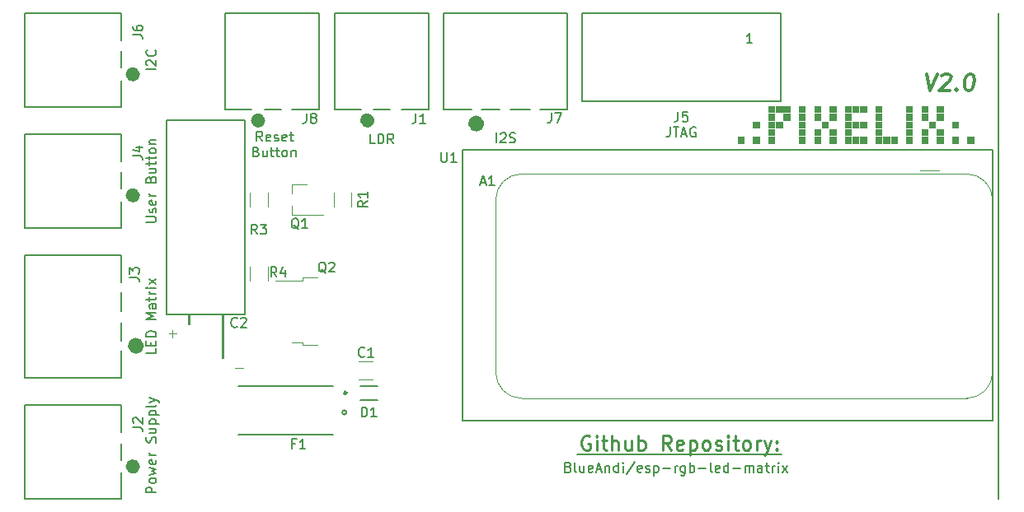
<source format=gbr>
%TF.GenerationSoftware,KiCad,Pcbnew,(6.0.5)*%
%TF.CreationDate,2022-09-13T16:11:19+02:00*%
%TF.ProjectId,Pixelix,50697865-6c69-4782-9e6b-696361645f70,V2.0*%
%TF.SameCoordinates,PX6052340PY72894a0*%
%TF.FileFunction,Legend,Top*%
%TF.FilePolarity,Positive*%
%FSLAX46Y46*%
G04 Gerber Fmt 4.6, Leading zero omitted, Abs format (unit mm)*
G04 Created by KiCad (PCBNEW (6.0.5)) date 2022-09-13 16:11:19*
%MOMM*%
%LPD*%
G01*
G04 APERTURE LIST*
%ADD10C,0.150000*%
%ADD11C,0.250000*%
%ADD12C,0.300000*%
%ADD13C,0.200000*%
%ADD14C,0.127000*%
%ADD15C,1.000000*%
%ADD16C,0.120000*%
G04 APERTURE END LIST*
D10*
X100000000Y50000000D02*
X100000000Y0D01*
X56700000Y4600000D02*
X77700000Y4600000D01*
X13452380Y44173809D02*
X12452380Y44173809D01*
X12547619Y44602380D02*
X12500000Y44649999D01*
X12452380Y44745238D01*
X12452380Y44983333D01*
X12500000Y45078571D01*
X12547619Y45126190D01*
X12642857Y45173809D01*
X12738095Y45173809D01*
X12880952Y45126190D01*
X13452380Y44554761D01*
X13452380Y45173809D01*
X13357142Y46173809D02*
X13404761Y46126190D01*
X13452380Y45983333D01*
X13452380Y45888095D01*
X13404761Y45745238D01*
X13309523Y45649999D01*
X13214285Y45602380D01*
X13023809Y45554761D01*
X12880952Y45554761D01*
X12690476Y45602380D01*
X12595238Y45649999D01*
X12500000Y45745238D01*
X12452380Y45888095D01*
X12452380Y45983333D01*
X12500000Y46126190D01*
X12547619Y46173809D01*
X24361904Y36802620D02*
X24028571Y37278810D01*
X23790476Y36802620D02*
X23790476Y37802620D01*
X24171428Y37802620D01*
X24266666Y37755000D01*
X24314285Y37707381D01*
X24361904Y37612143D01*
X24361904Y37469286D01*
X24314285Y37374048D01*
X24266666Y37326429D01*
X24171428Y37278810D01*
X23790476Y37278810D01*
X25171428Y36850239D02*
X25076190Y36802620D01*
X24885714Y36802620D01*
X24790476Y36850239D01*
X24742857Y36945477D01*
X24742857Y37326429D01*
X24790476Y37421667D01*
X24885714Y37469286D01*
X25076190Y37469286D01*
X25171428Y37421667D01*
X25219047Y37326429D01*
X25219047Y37231191D01*
X24742857Y37135953D01*
X25600000Y36850239D02*
X25695238Y36802620D01*
X25885714Y36802620D01*
X25980952Y36850239D01*
X26028571Y36945477D01*
X26028571Y36993096D01*
X25980952Y37088334D01*
X25885714Y37135953D01*
X25742857Y37135953D01*
X25647619Y37183572D01*
X25600000Y37278810D01*
X25600000Y37326429D01*
X25647619Y37421667D01*
X25742857Y37469286D01*
X25885714Y37469286D01*
X25980952Y37421667D01*
X26838095Y36850239D02*
X26742857Y36802620D01*
X26552380Y36802620D01*
X26457142Y36850239D01*
X26409523Y36945477D01*
X26409523Y37326429D01*
X26457142Y37421667D01*
X26552380Y37469286D01*
X26742857Y37469286D01*
X26838095Y37421667D01*
X26885714Y37326429D01*
X26885714Y37231191D01*
X26409523Y37135953D01*
X27171428Y37469286D02*
X27552380Y37469286D01*
X27314285Y37802620D02*
X27314285Y36945477D01*
X27361904Y36850239D01*
X27457142Y36802620D01*
X27552380Y36802620D01*
X23742857Y35716429D02*
X23885714Y35668810D01*
X23933333Y35621191D01*
X23980952Y35525953D01*
X23980952Y35383096D01*
X23933333Y35287858D01*
X23885714Y35240239D01*
X23790476Y35192620D01*
X23409523Y35192620D01*
X23409523Y36192620D01*
X23742857Y36192620D01*
X23838095Y36145000D01*
X23885714Y36097381D01*
X23933333Y36002143D01*
X23933333Y35906905D01*
X23885714Y35811667D01*
X23838095Y35764048D01*
X23742857Y35716429D01*
X23409523Y35716429D01*
X24838095Y35859286D02*
X24838095Y35192620D01*
X24409523Y35859286D02*
X24409523Y35335477D01*
X24457142Y35240239D01*
X24552380Y35192620D01*
X24695238Y35192620D01*
X24790476Y35240239D01*
X24838095Y35287858D01*
X25171428Y35859286D02*
X25552380Y35859286D01*
X25314285Y36192620D02*
X25314285Y35335477D01*
X25361904Y35240239D01*
X25457142Y35192620D01*
X25552380Y35192620D01*
X25742857Y35859286D02*
X26123809Y35859286D01*
X25885714Y36192620D02*
X25885714Y35335477D01*
X25933333Y35240239D01*
X26028571Y35192620D01*
X26123809Y35192620D01*
X26600000Y35192620D02*
X26504761Y35240239D01*
X26457142Y35287858D01*
X26409523Y35383096D01*
X26409523Y35668810D01*
X26457142Y35764048D01*
X26504761Y35811667D01*
X26600000Y35859286D01*
X26742857Y35859286D01*
X26838095Y35811667D01*
X26885714Y35764048D01*
X26933333Y35668810D01*
X26933333Y35383096D01*
X26885714Y35287858D01*
X26838095Y35240239D01*
X26742857Y35192620D01*
X26600000Y35192620D01*
X27361904Y35859286D02*
X27361904Y35192620D01*
X27361904Y35764048D02*
X27409523Y35811667D01*
X27504761Y35859286D01*
X27647619Y35859286D01*
X27742857Y35811667D01*
X27790476Y35716429D01*
X27790476Y35192620D01*
D11*
X57985714Y6450000D02*
X57842857Y6521429D01*
X57628571Y6521429D01*
X57414285Y6450000D01*
X57271428Y6307143D01*
X57200000Y6164286D01*
X57128571Y5878572D01*
X57128571Y5664286D01*
X57200000Y5378572D01*
X57271428Y5235715D01*
X57414285Y5092858D01*
X57628571Y5021429D01*
X57771428Y5021429D01*
X57985714Y5092858D01*
X58057142Y5164286D01*
X58057142Y5664286D01*
X57771428Y5664286D01*
X58700000Y5021429D02*
X58700000Y6021429D01*
X58700000Y6521429D02*
X58628571Y6450000D01*
X58700000Y6378572D01*
X58771428Y6450000D01*
X58700000Y6521429D01*
X58700000Y6378572D01*
X59200000Y6021429D02*
X59771428Y6021429D01*
X59414285Y6521429D02*
X59414285Y5235715D01*
X59485714Y5092858D01*
X59628571Y5021429D01*
X59771428Y5021429D01*
X60271428Y5021429D02*
X60271428Y6521429D01*
X60914285Y5021429D02*
X60914285Y5807143D01*
X60842857Y5950000D01*
X60700000Y6021429D01*
X60485714Y6021429D01*
X60342857Y5950000D01*
X60271428Y5878572D01*
X62271428Y6021429D02*
X62271428Y5021429D01*
X61628571Y6021429D02*
X61628571Y5235715D01*
X61700000Y5092858D01*
X61842857Y5021429D01*
X62057142Y5021429D01*
X62200000Y5092858D01*
X62271428Y5164286D01*
X62985714Y5021429D02*
X62985714Y6521429D01*
X62985714Y5950000D02*
X63128571Y6021429D01*
X63414285Y6021429D01*
X63557142Y5950000D01*
X63628571Y5878572D01*
X63700000Y5735715D01*
X63700000Y5307143D01*
X63628571Y5164286D01*
X63557142Y5092858D01*
X63414285Y5021429D01*
X63128571Y5021429D01*
X62985714Y5092858D01*
X66342857Y5021429D02*
X65842857Y5735715D01*
X65485714Y5021429D02*
X65485714Y6521429D01*
X66057142Y6521429D01*
X66200000Y6450000D01*
X66271428Y6378572D01*
X66342857Y6235715D01*
X66342857Y6021429D01*
X66271428Y5878572D01*
X66200000Y5807143D01*
X66057142Y5735715D01*
X65485714Y5735715D01*
X67557142Y5092858D02*
X67414285Y5021429D01*
X67128571Y5021429D01*
X66985714Y5092858D01*
X66914285Y5235715D01*
X66914285Y5807143D01*
X66985714Y5950000D01*
X67128571Y6021429D01*
X67414285Y6021429D01*
X67557142Y5950000D01*
X67628571Y5807143D01*
X67628571Y5664286D01*
X66914285Y5521429D01*
X68271428Y6021429D02*
X68271428Y4521429D01*
X68271428Y5950000D02*
X68414285Y6021429D01*
X68700000Y6021429D01*
X68842857Y5950000D01*
X68914285Y5878572D01*
X68985714Y5735715D01*
X68985714Y5307143D01*
X68914285Y5164286D01*
X68842857Y5092858D01*
X68700000Y5021429D01*
X68414285Y5021429D01*
X68271428Y5092858D01*
X69842857Y5021429D02*
X69700000Y5092858D01*
X69628571Y5164286D01*
X69557142Y5307143D01*
X69557142Y5735715D01*
X69628571Y5878572D01*
X69700000Y5950000D01*
X69842857Y6021429D01*
X70057142Y6021429D01*
X70200000Y5950000D01*
X70271428Y5878572D01*
X70342857Y5735715D01*
X70342857Y5307143D01*
X70271428Y5164286D01*
X70200000Y5092858D01*
X70057142Y5021429D01*
X69842857Y5021429D01*
X70914285Y5092858D02*
X71057142Y5021429D01*
X71342857Y5021429D01*
X71485714Y5092858D01*
X71557142Y5235715D01*
X71557142Y5307143D01*
X71485714Y5450000D01*
X71342857Y5521429D01*
X71128571Y5521429D01*
X70985714Y5592858D01*
X70914285Y5735715D01*
X70914285Y5807143D01*
X70985714Y5950000D01*
X71128571Y6021429D01*
X71342857Y6021429D01*
X71485714Y5950000D01*
X72200000Y5021429D02*
X72200000Y6021429D01*
X72200000Y6521429D02*
X72128571Y6450000D01*
X72200000Y6378572D01*
X72271428Y6450000D01*
X72200000Y6521429D01*
X72200000Y6378572D01*
X72700000Y6021429D02*
X73271428Y6021429D01*
X72914285Y6521429D02*
X72914285Y5235715D01*
X72985714Y5092858D01*
X73128571Y5021429D01*
X73271428Y5021429D01*
X73985714Y5021429D02*
X73842857Y5092858D01*
X73771428Y5164286D01*
X73700000Y5307143D01*
X73700000Y5735715D01*
X73771428Y5878572D01*
X73842857Y5950000D01*
X73985714Y6021429D01*
X74200000Y6021429D01*
X74342857Y5950000D01*
X74414285Y5878572D01*
X74485714Y5735715D01*
X74485714Y5307143D01*
X74414285Y5164286D01*
X74342857Y5092858D01*
X74200000Y5021429D01*
X73985714Y5021429D01*
X75128571Y5021429D02*
X75128571Y6021429D01*
X75128571Y5735715D02*
X75200000Y5878572D01*
X75271428Y5950000D01*
X75414285Y6021429D01*
X75557142Y6021429D01*
X75914285Y6021429D02*
X76271428Y5021429D01*
X76628571Y6021429D02*
X76271428Y5021429D01*
X76128571Y4664286D01*
X76057142Y4592858D01*
X75914285Y4521429D01*
X77200000Y5164286D02*
X77271428Y5092858D01*
X77200000Y5021429D01*
X77128571Y5092858D01*
X77200000Y5164286D01*
X77200000Y5021429D01*
X77200000Y5950000D02*
X77271428Y5878572D01*
X77200000Y5807143D01*
X77128571Y5878572D01*
X77200000Y5950000D01*
X77200000Y5807143D01*
D10*
X35924523Y36547620D02*
X35448333Y36547620D01*
X35448333Y37547620D01*
X36257857Y36547620D02*
X36257857Y37547620D01*
X36495952Y37547620D01*
X36638809Y37500000D01*
X36734047Y37404762D01*
X36781666Y37309524D01*
X36829285Y37119048D01*
X36829285Y36976191D01*
X36781666Y36785715D01*
X36734047Y36690477D01*
X36638809Y36595239D01*
X36495952Y36547620D01*
X36257857Y36547620D01*
X37829285Y36547620D02*
X37495952Y37023810D01*
X37257857Y36547620D02*
X37257857Y37547620D01*
X37638809Y37547620D01*
X37734047Y37500000D01*
X37781666Y37452381D01*
X37829285Y37357143D01*
X37829285Y37214286D01*
X37781666Y37119048D01*
X37734047Y37071429D01*
X37638809Y37023810D01*
X37257857Y37023810D01*
X13452380Y666667D02*
X12452380Y666667D01*
X12452380Y1047620D01*
X12500000Y1142858D01*
X12547619Y1190477D01*
X12642857Y1238096D01*
X12785714Y1238096D01*
X12880952Y1190477D01*
X12928571Y1142858D01*
X12976190Y1047620D01*
X12976190Y666667D01*
X13452380Y1809524D02*
X13404761Y1714286D01*
X13357142Y1666667D01*
X13261904Y1619048D01*
X12976190Y1619048D01*
X12880952Y1666667D01*
X12833333Y1714286D01*
X12785714Y1809524D01*
X12785714Y1952381D01*
X12833333Y2047620D01*
X12880952Y2095239D01*
X12976190Y2142858D01*
X13261904Y2142858D01*
X13357142Y2095239D01*
X13404761Y2047620D01*
X13452380Y1952381D01*
X13452380Y1809524D01*
X12785714Y2476191D02*
X13452380Y2666667D01*
X12976190Y2857143D01*
X13452380Y3047620D01*
X12785714Y3238096D01*
X13404761Y4000000D02*
X13452380Y3904762D01*
X13452380Y3714286D01*
X13404761Y3619048D01*
X13309523Y3571429D01*
X12928571Y3571429D01*
X12833333Y3619048D01*
X12785714Y3714286D01*
X12785714Y3904762D01*
X12833333Y4000000D01*
X12928571Y4047620D01*
X13023809Y4047620D01*
X13119047Y3571429D01*
X13452380Y4476191D02*
X12785714Y4476191D01*
X12976190Y4476191D02*
X12880952Y4523810D01*
X12833333Y4571429D01*
X12785714Y4666667D01*
X12785714Y4761905D01*
X13404761Y5809524D02*
X13452380Y5952381D01*
X13452380Y6190477D01*
X13404761Y6285715D01*
X13357142Y6333334D01*
X13261904Y6380953D01*
X13166666Y6380953D01*
X13071428Y6333334D01*
X13023809Y6285715D01*
X12976190Y6190477D01*
X12928571Y6000000D01*
X12880952Y5904762D01*
X12833333Y5857143D01*
X12738095Y5809524D01*
X12642857Y5809524D01*
X12547619Y5857143D01*
X12500000Y5904762D01*
X12452380Y6000000D01*
X12452380Y6238096D01*
X12500000Y6380953D01*
X12785714Y7238096D02*
X13452380Y7238096D01*
X12785714Y6809524D02*
X13309523Y6809524D01*
X13404761Y6857143D01*
X13452380Y6952381D01*
X13452380Y7095239D01*
X13404761Y7190477D01*
X13357142Y7238096D01*
X12785714Y7714286D02*
X13785714Y7714286D01*
X12833333Y7714286D02*
X12785714Y7809524D01*
X12785714Y8000000D01*
X12833333Y8095239D01*
X12880952Y8142858D01*
X12976190Y8190477D01*
X13261904Y8190477D01*
X13357142Y8142858D01*
X13404761Y8095239D01*
X13452380Y8000000D01*
X13452380Y7809524D01*
X13404761Y7714286D01*
X12785714Y8619048D02*
X13785714Y8619048D01*
X12833333Y8619048D02*
X12785714Y8714286D01*
X12785714Y8904762D01*
X12833333Y9000000D01*
X12880952Y9047620D01*
X12976190Y9095239D01*
X13261904Y9095239D01*
X13357142Y9047620D01*
X13404761Y9000000D01*
X13452380Y8904762D01*
X13452380Y8714286D01*
X13404761Y8619048D01*
X13452380Y9666667D02*
X13404761Y9571429D01*
X13309523Y9523810D01*
X12452380Y9523810D01*
X12785714Y9952381D02*
X13452380Y10190477D01*
X12785714Y10428572D02*
X13452380Y10190477D01*
X13690476Y10095239D01*
X13738095Y10047620D01*
X13785714Y9952381D01*
X12452380Y28461904D02*
X13261904Y28461904D01*
X13357142Y28509523D01*
X13404761Y28557142D01*
X13452380Y28652380D01*
X13452380Y28842857D01*
X13404761Y28938095D01*
X13357142Y28985714D01*
X13261904Y29033333D01*
X12452380Y29033333D01*
X13404761Y29461904D02*
X13452380Y29557142D01*
X13452380Y29747619D01*
X13404761Y29842857D01*
X13309523Y29890476D01*
X13261904Y29890476D01*
X13166666Y29842857D01*
X13119047Y29747619D01*
X13119047Y29604761D01*
X13071428Y29509523D01*
X12976190Y29461904D01*
X12928571Y29461904D01*
X12833333Y29509523D01*
X12785714Y29604761D01*
X12785714Y29747619D01*
X12833333Y29842857D01*
X13404761Y30699999D02*
X13452380Y30604761D01*
X13452380Y30414285D01*
X13404761Y30319047D01*
X13309523Y30271428D01*
X12928571Y30271428D01*
X12833333Y30319047D01*
X12785714Y30414285D01*
X12785714Y30604761D01*
X12833333Y30699999D01*
X12928571Y30747619D01*
X13023809Y30747619D01*
X13119047Y30271428D01*
X13452380Y31176190D02*
X12785714Y31176190D01*
X12976190Y31176190D02*
X12880952Y31223809D01*
X12833333Y31271428D01*
X12785714Y31366666D01*
X12785714Y31461904D01*
X12928571Y32890476D02*
X12976190Y33033333D01*
X13023809Y33080952D01*
X13119047Y33128571D01*
X13261904Y33128571D01*
X13357142Y33080952D01*
X13404761Y33033333D01*
X13452380Y32938095D01*
X13452380Y32557142D01*
X12452380Y32557142D01*
X12452380Y32890476D01*
X12500000Y32985714D01*
X12547619Y33033333D01*
X12642857Y33080952D01*
X12738095Y33080952D01*
X12833333Y33033333D01*
X12880952Y32985714D01*
X12928571Y32890476D01*
X12928571Y32557142D01*
X12785714Y33985714D02*
X13452380Y33985714D01*
X12785714Y33557142D02*
X13309523Y33557142D01*
X13404761Y33604761D01*
X13452380Y33699999D01*
X13452380Y33842857D01*
X13404761Y33938095D01*
X13357142Y33985714D01*
X12785714Y34319047D02*
X12785714Y34699999D01*
X12452380Y34461904D02*
X13309523Y34461904D01*
X13404761Y34509523D01*
X13452380Y34604761D01*
X13452380Y34699999D01*
X12785714Y34890476D02*
X12785714Y35271428D01*
X12452380Y35033333D02*
X13309523Y35033333D01*
X13404761Y35080952D01*
X13452380Y35176190D01*
X13452380Y35271428D01*
X13452380Y35747619D02*
X13404761Y35652380D01*
X13357142Y35604761D01*
X13261904Y35557142D01*
X12976190Y35557142D01*
X12880952Y35604761D01*
X12833333Y35652380D01*
X12785714Y35747619D01*
X12785714Y35890476D01*
X12833333Y35985714D01*
X12880952Y36033333D01*
X12976190Y36080952D01*
X13261904Y36080952D01*
X13357142Y36033333D01*
X13404761Y35985714D01*
X13452380Y35890476D01*
X13452380Y35747619D01*
X12785714Y36509523D02*
X13452380Y36509523D01*
X12880952Y36509523D02*
X12833333Y36557142D01*
X12785714Y36652380D01*
X12785714Y36795238D01*
X12833333Y36890476D01*
X12928571Y36938095D01*
X13452380Y36938095D01*
X13452380Y15464286D02*
X13452380Y14988096D01*
X12452380Y14988096D01*
X12928571Y15797620D02*
X12928571Y16130953D01*
X13452380Y16273810D02*
X13452380Y15797620D01*
X12452380Y15797620D01*
X12452380Y16273810D01*
X13452380Y16702381D02*
X12452380Y16702381D01*
X12452380Y16940477D01*
X12500000Y17083334D01*
X12595238Y17178572D01*
X12690476Y17226191D01*
X12880952Y17273810D01*
X13023809Y17273810D01*
X13214285Y17226191D01*
X13309523Y17178572D01*
X13404761Y17083334D01*
X13452380Y16940477D01*
X13452380Y16702381D01*
X13452380Y18464286D02*
X12452380Y18464286D01*
X13166666Y18797620D01*
X12452380Y19130953D01*
X13452380Y19130953D01*
X13452380Y20035715D02*
X12928571Y20035715D01*
X12833333Y19988096D01*
X12785714Y19892858D01*
X12785714Y19702381D01*
X12833333Y19607143D01*
X13404761Y20035715D02*
X13452380Y19940477D01*
X13452380Y19702381D01*
X13404761Y19607143D01*
X13309523Y19559524D01*
X13214285Y19559524D01*
X13119047Y19607143D01*
X13071428Y19702381D01*
X13071428Y19940477D01*
X13023809Y20035715D01*
X12785714Y20369048D02*
X12785714Y20750000D01*
X12452380Y20511905D02*
X13309523Y20511905D01*
X13404761Y20559524D01*
X13452380Y20654762D01*
X13452380Y20750000D01*
X13452380Y21083334D02*
X12785714Y21083334D01*
X12976190Y21083334D02*
X12880952Y21130953D01*
X12833333Y21178572D01*
X12785714Y21273810D01*
X12785714Y21369048D01*
X13452380Y21702381D02*
X12785714Y21702381D01*
X12452380Y21702381D02*
X12500000Y21654762D01*
X12547619Y21702381D01*
X12500000Y21750000D01*
X12452380Y21702381D01*
X12547619Y21702381D01*
X13452380Y22083334D02*
X12785714Y22607143D01*
X12785714Y22083334D02*
X13452380Y22607143D01*
X55795238Y3271429D02*
X55938095Y3223810D01*
X55985714Y3176191D01*
X56033333Y3080953D01*
X56033333Y2938096D01*
X55985714Y2842858D01*
X55938095Y2795239D01*
X55842857Y2747620D01*
X55461904Y2747620D01*
X55461904Y3747620D01*
X55795238Y3747620D01*
X55890476Y3700000D01*
X55938095Y3652381D01*
X55985714Y3557143D01*
X55985714Y3461905D01*
X55938095Y3366667D01*
X55890476Y3319048D01*
X55795238Y3271429D01*
X55461904Y3271429D01*
X56604761Y2747620D02*
X56509523Y2795239D01*
X56461904Y2890477D01*
X56461904Y3747620D01*
X57414285Y3414286D02*
X57414285Y2747620D01*
X56985714Y3414286D02*
X56985714Y2890477D01*
X57033333Y2795239D01*
X57128571Y2747620D01*
X57271428Y2747620D01*
X57366666Y2795239D01*
X57414285Y2842858D01*
X58271428Y2795239D02*
X58176190Y2747620D01*
X57985714Y2747620D01*
X57890476Y2795239D01*
X57842857Y2890477D01*
X57842857Y3271429D01*
X57890476Y3366667D01*
X57985714Y3414286D01*
X58176190Y3414286D01*
X58271428Y3366667D01*
X58319047Y3271429D01*
X58319047Y3176191D01*
X57842857Y3080953D01*
X58700000Y3033334D02*
X59176190Y3033334D01*
X58604761Y2747620D02*
X58938095Y3747620D01*
X59271428Y2747620D01*
X59604761Y3414286D02*
X59604761Y2747620D01*
X59604761Y3319048D02*
X59652380Y3366667D01*
X59747619Y3414286D01*
X59890476Y3414286D01*
X59985714Y3366667D01*
X60033333Y3271429D01*
X60033333Y2747620D01*
X60938095Y2747620D02*
X60938095Y3747620D01*
X60938095Y2795239D02*
X60842857Y2747620D01*
X60652380Y2747620D01*
X60557142Y2795239D01*
X60509523Y2842858D01*
X60461904Y2938096D01*
X60461904Y3223810D01*
X60509523Y3319048D01*
X60557142Y3366667D01*
X60652380Y3414286D01*
X60842857Y3414286D01*
X60938095Y3366667D01*
X61414285Y2747620D02*
X61414285Y3414286D01*
X61414285Y3747620D02*
X61366666Y3700000D01*
X61414285Y3652381D01*
X61461904Y3700000D01*
X61414285Y3747620D01*
X61414285Y3652381D01*
X62604761Y3795239D02*
X61747619Y2509524D01*
X63319047Y2795239D02*
X63223809Y2747620D01*
X63033333Y2747620D01*
X62938095Y2795239D01*
X62890476Y2890477D01*
X62890476Y3271429D01*
X62938095Y3366667D01*
X63033333Y3414286D01*
X63223809Y3414286D01*
X63319047Y3366667D01*
X63366666Y3271429D01*
X63366666Y3176191D01*
X62890476Y3080953D01*
X63747619Y2795239D02*
X63842857Y2747620D01*
X64033333Y2747620D01*
X64128571Y2795239D01*
X64176190Y2890477D01*
X64176190Y2938096D01*
X64128571Y3033334D01*
X64033333Y3080953D01*
X63890476Y3080953D01*
X63795238Y3128572D01*
X63747619Y3223810D01*
X63747619Y3271429D01*
X63795238Y3366667D01*
X63890476Y3414286D01*
X64033333Y3414286D01*
X64128571Y3366667D01*
X64604761Y3414286D02*
X64604761Y2414286D01*
X64604761Y3366667D02*
X64700000Y3414286D01*
X64890476Y3414286D01*
X64985714Y3366667D01*
X65033333Y3319048D01*
X65080952Y3223810D01*
X65080952Y2938096D01*
X65033333Y2842858D01*
X64985714Y2795239D01*
X64890476Y2747620D01*
X64700000Y2747620D01*
X64604761Y2795239D01*
X65509523Y3128572D02*
X66271428Y3128572D01*
X66747619Y2747620D02*
X66747619Y3414286D01*
X66747619Y3223810D02*
X66795238Y3319048D01*
X66842857Y3366667D01*
X66938095Y3414286D01*
X67033333Y3414286D01*
X67795238Y3414286D02*
X67795238Y2604762D01*
X67747619Y2509524D01*
X67700000Y2461905D01*
X67604761Y2414286D01*
X67461904Y2414286D01*
X67366666Y2461905D01*
X67795238Y2795239D02*
X67700000Y2747620D01*
X67509523Y2747620D01*
X67414285Y2795239D01*
X67366666Y2842858D01*
X67319047Y2938096D01*
X67319047Y3223810D01*
X67366666Y3319048D01*
X67414285Y3366667D01*
X67509523Y3414286D01*
X67700000Y3414286D01*
X67795238Y3366667D01*
X68271428Y2747620D02*
X68271428Y3747620D01*
X68271428Y3366667D02*
X68366666Y3414286D01*
X68557142Y3414286D01*
X68652380Y3366667D01*
X68700000Y3319048D01*
X68747619Y3223810D01*
X68747619Y2938096D01*
X68700000Y2842858D01*
X68652380Y2795239D01*
X68557142Y2747620D01*
X68366666Y2747620D01*
X68271428Y2795239D01*
X69176190Y3128572D02*
X69938095Y3128572D01*
X70557142Y2747620D02*
X70461904Y2795239D01*
X70414285Y2890477D01*
X70414285Y3747620D01*
X71319047Y2795239D02*
X71223809Y2747620D01*
X71033333Y2747620D01*
X70938095Y2795239D01*
X70890476Y2890477D01*
X70890476Y3271429D01*
X70938095Y3366667D01*
X71033333Y3414286D01*
X71223809Y3414286D01*
X71319047Y3366667D01*
X71366666Y3271429D01*
X71366666Y3176191D01*
X70890476Y3080953D01*
X72223809Y2747620D02*
X72223809Y3747620D01*
X72223809Y2795239D02*
X72128571Y2747620D01*
X71938095Y2747620D01*
X71842857Y2795239D01*
X71795238Y2842858D01*
X71747619Y2938096D01*
X71747619Y3223810D01*
X71795238Y3319048D01*
X71842857Y3366667D01*
X71938095Y3414286D01*
X72128571Y3414286D01*
X72223809Y3366667D01*
X72700000Y3128572D02*
X73461904Y3128572D01*
X73938095Y2747620D02*
X73938095Y3414286D01*
X73938095Y3319048D02*
X73985714Y3366667D01*
X74080952Y3414286D01*
X74223809Y3414286D01*
X74319047Y3366667D01*
X74366666Y3271429D01*
X74366666Y2747620D01*
X74366666Y3271429D02*
X74414285Y3366667D01*
X74509523Y3414286D01*
X74652380Y3414286D01*
X74747619Y3366667D01*
X74795238Y3271429D01*
X74795238Y2747620D01*
X75700000Y2747620D02*
X75700000Y3271429D01*
X75652380Y3366667D01*
X75557142Y3414286D01*
X75366666Y3414286D01*
X75271428Y3366667D01*
X75700000Y2795239D02*
X75604761Y2747620D01*
X75366666Y2747620D01*
X75271428Y2795239D01*
X75223809Y2890477D01*
X75223809Y2985715D01*
X75271428Y3080953D01*
X75366666Y3128572D01*
X75604761Y3128572D01*
X75700000Y3176191D01*
X76033333Y3414286D02*
X76414285Y3414286D01*
X76176190Y3747620D02*
X76176190Y2890477D01*
X76223809Y2795239D01*
X76319047Y2747620D01*
X76414285Y2747620D01*
X76747619Y2747620D02*
X76747619Y3414286D01*
X76747619Y3223810D02*
X76795238Y3319048D01*
X76842857Y3366667D01*
X76938095Y3414286D01*
X77033333Y3414286D01*
X77366666Y2747620D02*
X77366666Y3414286D01*
X77366666Y3747620D02*
X77319047Y3700000D01*
X77366666Y3652381D01*
X77414285Y3700000D01*
X77366666Y3747620D01*
X77366666Y3652381D01*
X77747619Y2747620D02*
X78271428Y3414286D01*
X77747619Y3414286D02*
X78271428Y2747620D01*
X66233333Y38247620D02*
X66233333Y37533334D01*
X66185714Y37390477D01*
X66090476Y37295239D01*
X65947619Y37247620D01*
X65852380Y37247620D01*
X66566666Y38247620D02*
X67138095Y38247620D01*
X66852380Y37247620D02*
X66852380Y38247620D01*
X67423809Y37533334D02*
X67900000Y37533334D01*
X67328571Y37247620D02*
X67661904Y38247620D01*
X67995238Y37247620D01*
X68852380Y38200000D02*
X68757142Y38247620D01*
X68614285Y38247620D01*
X68471428Y38200000D01*
X68376190Y38104762D01*
X68328571Y38009524D01*
X68280952Y37819048D01*
X68280952Y37676191D01*
X68328571Y37485715D01*
X68376190Y37390477D01*
X68471428Y37295239D01*
X68614285Y37247620D01*
X68709523Y37247620D01*
X68852380Y37295239D01*
X68900000Y37342858D01*
X68900000Y37676191D01*
X68709523Y37676191D01*
D12*
X92561080Y43730953D02*
X92915247Y42030953D01*
X93694413Y43730953D01*
X94159889Y43569048D02*
X94250961Y43650000D01*
X94422985Y43730953D01*
X94827747Y43730953D01*
X94979532Y43650000D01*
X95050366Y43569048D01*
X95111080Y43407143D01*
X95090842Y43245239D01*
X94979532Y43002381D01*
X93886675Y42030953D01*
X94939056Y42030953D01*
X95687866Y42192858D02*
X95758699Y42111905D01*
X95667627Y42030953D01*
X95596794Y42111905D01*
X95687866Y42192858D01*
X95667627Y42030953D01*
X97013461Y43730953D02*
X97175366Y43730953D01*
X97327151Y43650000D01*
X97397985Y43569048D01*
X97458699Y43407143D01*
X97499175Y43083334D01*
X97448580Y42678572D01*
X97327151Y42354762D01*
X97225961Y42192858D01*
X97134889Y42111905D01*
X96962866Y42030953D01*
X96800961Y42030953D01*
X96649175Y42111905D01*
X96578342Y42192858D01*
X96517627Y42354762D01*
X96477151Y42678572D01*
X96527747Y43083334D01*
X96649175Y43407143D01*
X96750366Y43569048D01*
X96841437Y43650000D01*
X97013461Y43730953D01*
D10*
X48397619Y36647620D02*
X48397619Y37647620D01*
X48826190Y37552381D02*
X48873809Y37600000D01*
X48969047Y37647620D01*
X49207142Y37647620D01*
X49302380Y37600000D01*
X49350000Y37552381D01*
X49397619Y37457143D01*
X49397619Y37361905D01*
X49350000Y37219048D01*
X48778571Y36647620D01*
X49397619Y36647620D01*
X49778571Y36695239D02*
X49921428Y36647620D01*
X50159523Y36647620D01*
X50254761Y36695239D01*
X50302380Y36742858D01*
X50350000Y36838096D01*
X50350000Y36933334D01*
X50302380Y37028572D01*
X50254761Y37076191D01*
X50159523Y37123810D01*
X49969047Y37171429D01*
X49873809Y37219048D01*
X49826190Y37266667D01*
X49778571Y37361905D01*
X49778571Y37457143D01*
X49826190Y37552381D01*
X49873809Y37600000D01*
X49969047Y37647620D01*
X50207142Y37647620D01*
X50350000Y37600000D01*
%TO.C,F1*%
X27743341Y5680468D02*
X27409428Y5680468D01*
X27409428Y5155747D02*
X27409428Y6157487D01*
X27886447Y6157487D01*
X28792783Y5155747D02*
X28220360Y5155747D01*
X28506572Y5155747D02*
X28506572Y6157487D01*
X28411168Y6014382D01*
X28315764Y5918978D01*
X28220360Y5871276D01*
%TO.C,J7*%
X54066666Y39697620D02*
X54066666Y38983334D01*
X54019047Y38840477D01*
X53923809Y38745239D01*
X53780952Y38697620D01*
X53685714Y38697620D01*
X54447619Y39697620D02*
X55114285Y39697620D01*
X54685714Y38697620D01*
%TO.C,J1*%
X40131666Y39647620D02*
X40131666Y38933334D01*
X40084047Y38790477D01*
X39988809Y38695239D01*
X39845952Y38647620D01*
X39750714Y38647620D01*
X41131666Y38647620D02*
X40560238Y38647620D01*
X40845952Y38647620D02*
X40845952Y39647620D01*
X40750714Y39504762D01*
X40655476Y39409524D01*
X40560238Y39361905D01*
%TO.C,J8*%
X28916666Y39647620D02*
X28916666Y38933334D01*
X28869047Y38790477D01*
X28773809Y38695239D01*
X28630952Y38647620D01*
X28535714Y38647620D01*
X29535714Y39219048D02*
X29440476Y39266667D01*
X29392857Y39314286D01*
X29345238Y39409524D01*
X29345238Y39457143D01*
X29392857Y39552381D01*
X29440476Y39600000D01*
X29535714Y39647620D01*
X29726190Y39647620D01*
X29821428Y39600000D01*
X29869047Y39552381D01*
X29916666Y39457143D01*
X29916666Y39409524D01*
X29869047Y39314286D01*
X29821428Y39266667D01*
X29726190Y39219048D01*
X29535714Y39219048D01*
X29440476Y39171429D01*
X29392857Y39123810D01*
X29345238Y39028572D01*
X29345238Y38838096D01*
X29392857Y38742858D01*
X29440476Y38695239D01*
X29535714Y38647620D01*
X29726190Y38647620D01*
X29821428Y38695239D01*
X29869047Y38742858D01*
X29916666Y38838096D01*
X29916666Y39028572D01*
X29869047Y39123810D01*
X29821428Y39171429D01*
X29726190Y39219048D01*
%TO.C,C2*%
X21783333Y17742858D02*
X21735714Y17695239D01*
X21592857Y17647620D01*
X21497619Y17647620D01*
X21354761Y17695239D01*
X21259523Y17790477D01*
X21211904Y17885715D01*
X21164285Y18076191D01*
X21164285Y18219048D01*
X21211904Y18409524D01*
X21259523Y18504762D01*
X21354761Y18600000D01*
X21497619Y18647620D01*
X21592857Y18647620D01*
X21735714Y18600000D01*
X21783333Y18552381D01*
X22164285Y18552381D02*
X22211904Y18600000D01*
X22307142Y18647620D01*
X22545238Y18647620D01*
X22640476Y18600000D01*
X22688095Y18552381D01*
X22735714Y18457143D01*
X22735714Y18361905D01*
X22688095Y18219048D01*
X22116666Y17647620D01*
X22735714Y17647620D01*
%TO.C,R1*%
X35152380Y30633334D02*
X34676190Y30300000D01*
X35152380Y30061905D02*
X34152380Y30061905D01*
X34152380Y30442858D01*
X34200000Y30538096D01*
X34247619Y30585715D01*
X34342857Y30633334D01*
X34485714Y30633334D01*
X34580952Y30585715D01*
X34628571Y30538096D01*
X34676190Y30442858D01*
X34676190Y30061905D01*
X35152380Y31585715D02*
X35152380Y31014286D01*
X35152380Y31300000D02*
X34152380Y31300000D01*
X34295238Y31204762D01*
X34390476Y31109524D01*
X34438095Y31014286D01*
%TO.C,C1*%
X34843333Y14692858D02*
X34795714Y14645239D01*
X34652857Y14597620D01*
X34557619Y14597620D01*
X34414761Y14645239D01*
X34319523Y14740477D01*
X34271904Y14835715D01*
X34224285Y15026191D01*
X34224285Y15169048D01*
X34271904Y15359524D01*
X34319523Y15454762D01*
X34414761Y15550000D01*
X34557619Y15597620D01*
X34652857Y15597620D01*
X34795714Y15550000D01*
X34843333Y15502381D01*
X35795714Y14597620D02*
X35224285Y14597620D01*
X35510000Y14597620D02*
X35510000Y15597620D01*
X35414761Y15454762D01*
X35319523Y15359524D01*
X35224285Y15311905D01*
%TO.C,A1*%
X46785814Y32558234D02*
X47262004Y32558234D01*
X46690576Y32272520D02*
X47023909Y33272520D01*
X47357242Y32272520D01*
X48214385Y32272520D02*
X47642957Y32272520D01*
X47928671Y32272520D02*
X47928671Y33272520D01*
X47833433Y33129662D01*
X47738195Y33034424D01*
X47642957Y32986805D01*
%TO.C,J5*%
X67066666Y39812620D02*
X67066666Y39098334D01*
X67019047Y38955477D01*
X66923809Y38860239D01*
X66780952Y38812620D01*
X66685714Y38812620D01*
X68019047Y39812620D02*
X67542857Y39812620D01*
X67495238Y39336429D01*
X67542857Y39384048D01*
X67638095Y39431667D01*
X67876190Y39431667D01*
X67971428Y39384048D01*
X68019047Y39336429D01*
X68066666Y39241191D01*
X68066666Y39003096D01*
X68019047Y38907858D01*
X67971428Y38860239D01*
X67876190Y38812620D01*
X67638095Y38812620D01*
X67542857Y38860239D01*
X67495238Y38907858D01*
X74670714Y46902620D02*
X74099285Y46902620D01*
X74385000Y46902620D02*
X74385000Y47902620D01*
X74289761Y47759762D01*
X74194523Y47664524D01*
X74099285Y47616905D01*
%TO.C,J2*%
X11082380Y7376667D02*
X11796666Y7376667D01*
X11939523Y7329048D01*
X12034761Y7233810D01*
X12082380Y7090953D01*
X12082380Y6995715D01*
X11177619Y7805239D02*
X11130000Y7852858D01*
X11082380Y7948096D01*
X11082380Y8186191D01*
X11130000Y8281429D01*
X11177619Y8329048D01*
X11272857Y8376667D01*
X11368095Y8376667D01*
X11510952Y8329048D01*
X12082380Y7757620D01*
X12082380Y8376667D01*
%TO.C,Q2*%
X30904761Y23252381D02*
X30809523Y23300000D01*
X30714285Y23395239D01*
X30571428Y23538096D01*
X30476190Y23585715D01*
X30380952Y23585715D01*
X30428571Y23347620D02*
X30333333Y23395239D01*
X30238095Y23490477D01*
X30190476Y23680953D01*
X30190476Y24014286D01*
X30238095Y24204762D01*
X30333333Y24300000D01*
X30428571Y24347620D01*
X30619047Y24347620D01*
X30714285Y24300000D01*
X30809523Y24204762D01*
X30857142Y24014286D01*
X30857142Y23680953D01*
X30809523Y23490477D01*
X30714285Y23395239D01*
X30619047Y23347620D01*
X30428571Y23347620D01*
X31238095Y24252381D02*
X31285714Y24300000D01*
X31380952Y24347620D01*
X31619047Y24347620D01*
X31714285Y24300000D01*
X31761904Y24252381D01*
X31809523Y24157143D01*
X31809523Y24061905D01*
X31761904Y23919048D01*
X31190476Y23347620D01*
X31809523Y23347620D01*
%TO.C,J4*%
X11082380Y35276667D02*
X11796666Y35276667D01*
X11939523Y35229048D01*
X12034761Y35133810D01*
X12082380Y34990953D01*
X12082380Y34895715D01*
X11415714Y36181429D02*
X12082380Y36181429D01*
X11034761Y35943334D02*
X11749047Y35705239D01*
X11749047Y36324286D01*
%TO.C,R3*%
X23833333Y27247620D02*
X23500000Y27723810D01*
X23261904Y27247620D02*
X23261904Y28247620D01*
X23642857Y28247620D01*
X23738095Y28200000D01*
X23785714Y28152381D01*
X23833333Y28057143D01*
X23833333Y27914286D01*
X23785714Y27819048D01*
X23738095Y27771429D01*
X23642857Y27723810D01*
X23261904Y27723810D01*
X24166666Y28247620D02*
X24785714Y28247620D01*
X24452380Y27866667D01*
X24595238Y27866667D01*
X24690476Y27819048D01*
X24738095Y27771429D01*
X24785714Y27676191D01*
X24785714Y27438096D01*
X24738095Y27342858D01*
X24690476Y27295239D01*
X24595238Y27247620D01*
X24309523Y27247620D01*
X24214285Y27295239D01*
X24166666Y27342858D01*
%TO.C,J3*%
X10712380Y22786667D02*
X11426666Y22786667D01*
X11569523Y22739048D01*
X11664761Y22643810D01*
X11712380Y22500953D01*
X11712380Y22405715D01*
X10712380Y23167620D02*
X10712380Y23786667D01*
X11093333Y23453334D01*
X11093333Y23596191D01*
X11140952Y23691429D01*
X11188571Y23739048D01*
X11283809Y23786667D01*
X11521904Y23786667D01*
X11617142Y23739048D01*
X11664761Y23691429D01*
X11712380Y23596191D01*
X11712380Y23310477D01*
X11664761Y23215239D01*
X11617142Y23167620D01*
%TO.C,Q1*%
X28104761Y27752381D02*
X28009523Y27800000D01*
X27914285Y27895239D01*
X27771428Y28038096D01*
X27676190Y28085715D01*
X27580952Y28085715D01*
X27628571Y27847620D02*
X27533333Y27895239D01*
X27438095Y27990477D01*
X27390476Y28180953D01*
X27390476Y28514286D01*
X27438095Y28704762D01*
X27533333Y28800000D01*
X27628571Y28847620D01*
X27819047Y28847620D01*
X27914285Y28800000D01*
X28009523Y28704762D01*
X28057142Y28514286D01*
X28057142Y28180953D01*
X28009523Y27990477D01*
X27914285Y27895239D01*
X27819047Y27847620D01*
X27628571Y27847620D01*
X29009523Y27847620D02*
X28438095Y27847620D01*
X28723809Y27847620D02*
X28723809Y28847620D01*
X28628571Y28704762D01*
X28533333Y28609524D01*
X28438095Y28561905D01*
%TO.C,U1*%
X42737801Y35647831D02*
X42737801Y34837995D01*
X42785438Y34742720D01*
X42833076Y34695082D01*
X42928350Y34647445D01*
X43118900Y34647445D01*
X43214175Y34695082D01*
X43261812Y34742720D01*
X43309450Y34837995D01*
X43309450Y35647831D01*
X44309836Y34647445D02*
X43738187Y34647445D01*
X44024011Y34647445D02*
X44024011Y35647831D01*
X43928736Y35504919D01*
X43833462Y35409644D01*
X43738187Y35362006D01*
%TO.C,R4*%
X25833333Y22847620D02*
X25500000Y23323810D01*
X25261904Y22847620D02*
X25261904Y23847620D01*
X25642857Y23847620D01*
X25738095Y23800000D01*
X25785714Y23752381D01*
X25833333Y23657143D01*
X25833333Y23514286D01*
X25785714Y23419048D01*
X25738095Y23371429D01*
X25642857Y23323810D01*
X25261904Y23323810D01*
X26690476Y23514286D02*
X26690476Y22847620D01*
X26452380Y23895239D02*
X26214285Y23180953D01*
X26833333Y23180953D01*
%TO.C,J6*%
X11082380Y47726667D02*
X11796666Y47726667D01*
X11939523Y47679048D01*
X12034761Y47583810D01*
X12082380Y47440953D01*
X12082380Y47345715D01*
X11082380Y48631429D02*
X11082380Y48440953D01*
X11130000Y48345715D01*
X11177619Y48298096D01*
X11320476Y48202858D01*
X11510952Y48155239D01*
X11891904Y48155239D01*
X11987142Y48202858D01*
X12034761Y48250477D01*
X12082380Y48345715D01*
X12082380Y48536191D01*
X12034761Y48631429D01*
X11987142Y48679048D01*
X11891904Y48726667D01*
X11653809Y48726667D01*
X11558571Y48679048D01*
X11510952Y48631429D01*
X11463333Y48536191D01*
X11463333Y48345715D01*
X11510952Y48250477D01*
X11558571Y48202858D01*
X11653809Y48155239D01*
%TO.C,D1*%
X34561904Y8447620D02*
X34561904Y9447620D01*
X34800000Y9447620D01*
X34942857Y9400000D01*
X35038095Y9304762D01*
X35085714Y9209524D01*
X35133333Y9019048D01*
X35133333Y8876191D01*
X35085714Y8685715D01*
X35038095Y8590477D01*
X34942857Y8495239D01*
X34800000Y8447620D01*
X34561904Y8447620D01*
X36085714Y8447620D02*
X35514285Y8447620D01*
X35800000Y8447620D02*
X35800000Y9447620D01*
X35704761Y9304762D01*
X35609523Y9209524D01*
X35514285Y9161905D01*
D13*
%TO.C,F1*%
X31663000Y6585000D02*
X21937000Y6585000D01*
X21937000Y11615000D02*
X31663000Y11615000D01*
X33023606Y8900000D02*
G75*
G03*
X33023606Y8900000I-223606J0D01*
G01*
D14*
%TO.C,J7*%
X55655000Y50000000D02*
X55655000Y40100000D01*
X52880000Y40100000D02*
X55650000Y40100000D01*
X45820000Y40100000D02*
X43000000Y40100000D01*
X43005000Y50000000D02*
X55655000Y50000000D01*
X48750000Y40100000D02*
X46850000Y40100000D01*
X43005000Y40100000D02*
X43005000Y50000000D01*
X51850000Y40100000D02*
X49870000Y40100000D01*
X55650000Y40100000D02*
X55650000Y40090000D01*
D15*
X46648277Y38610000D02*
G75*
G03*
X46648277Y38610000I-318277J0D01*
G01*
D14*
%TO.C,J1*%
X41440000Y50000000D02*
X41440000Y40100000D01*
X34495000Y40100000D02*
X31790000Y40100000D01*
X38645000Y40100000D02*
X41440000Y40100000D01*
X31790000Y50000000D02*
X41440000Y50000000D01*
X31790000Y40100000D02*
X31790000Y50000000D01*
X37515000Y40100000D02*
X35825000Y40100000D01*
D15*
X35375868Y38930000D02*
G75*
G03*
X35375868Y38930000I-230868J0D01*
G01*
D14*
%TO.C,J8*%
X30225000Y50000000D02*
X30225000Y40100000D01*
X20575000Y50000000D02*
X30225000Y50000000D01*
X23280000Y40100000D02*
X20575000Y40100000D01*
X20575000Y40100000D02*
X20575000Y50000000D01*
X27430000Y40100000D02*
X30225000Y40100000D01*
X26300000Y40100000D02*
X24610000Y40100000D01*
D15*
X24160868Y38930000D02*
G75*
G03*
X24160868Y38930000I-230868J0D01*
G01*
D16*
%TO.C,C2*%
X21600000Y13487500D02*
X22400000Y13487500D01*
X18550000Y18987500D02*
X14550000Y18987500D01*
X15150000Y17387500D02*
X15150000Y16587500D01*
X16800000Y18987500D02*
X18550000Y18987500D01*
X14750000Y16987500D02*
X15550000Y16987500D01*
X16700000Y17987500D02*
X16900000Y17987500D01*
X16900000Y17987500D02*
X16900000Y18987500D01*
X16900000Y18987500D02*
X16700000Y18987500D01*
X16700000Y18987500D02*
X16700000Y17987500D01*
G36*
X16700000Y17987500D02*
G01*
X16900000Y17987500D01*
X16900000Y18987500D01*
X16700000Y18987500D01*
X16700000Y17987500D01*
G37*
X20200000Y14487500D02*
X20400000Y14487500D01*
X20400000Y14487500D02*
X20400000Y18987500D01*
X20400000Y18987500D02*
X20200000Y18987500D01*
X20200000Y18987500D02*
X20200000Y14487500D01*
G36*
X20200000Y14487500D02*
G01*
X20400000Y14487500D01*
X20400000Y18987500D01*
X20200000Y18987500D01*
X20200000Y14487500D01*
G37*
D10*
X14550000Y18987500D02*
X22550000Y18987500D01*
X22550000Y18987500D02*
X22550000Y38987500D01*
X22550000Y38987500D02*
X14550000Y38987500D01*
X14550000Y38987500D02*
X14550000Y18987500D01*
D16*
%TO.C,R1*%
X31690000Y30072936D02*
X31690000Y31527064D01*
X33510000Y30072936D02*
X33510000Y31527064D01*
%TO.C,C1*%
X34298748Y14110000D02*
X35721252Y14110000D01*
X34298748Y12290000D02*
X35721252Y12290000D01*
%TO.C,A1*%
X50990000Y33432500D02*
G75*
G03*
X48340000Y30782500I0J-2650000D01*
G01*
X99360000Y30782500D02*
G75*
G03*
X96710000Y33432500I-2650000J0D01*
G01*
X96710000Y10352500D02*
G75*
G03*
X99360000Y13002500I0J2650000D01*
G01*
X48340000Y13002500D02*
G75*
G03*
X50990000Y10352500I2650000J0D01*
G01*
X96710000Y10352500D02*
X50990000Y10352500D01*
X96710000Y33432500D02*
X50990000Y33432500D01*
X99360000Y13002500D02*
X99360000Y30782500D01*
X91900000Y33752500D02*
X93900000Y33752500D01*
X48340000Y13002500D02*
X48340000Y30782500D01*
D14*
%TO.C,J5*%
X57220000Y50000000D02*
X77580000Y50000000D01*
X57220000Y40900000D02*
X57220000Y50000000D01*
X77580000Y40900000D02*
X57220000Y40900000D01*
X77580000Y50000000D02*
X77580000Y40900000D01*
%TO.C,J2*%
X9900000Y5700000D02*
X9900000Y4010000D01*
X0Y-25000D02*
X0Y9625000D01*
X9900000Y2680000D02*
X9900000Y-25000D01*
X9900000Y-25000D02*
X0Y-25000D01*
X9900000Y6830000D02*
X9900000Y9625000D01*
X0Y9625000D02*
X9900000Y9625000D01*
D15*
X11300868Y3330000D02*
G75*
G03*
X11300868Y3330000I-230868J0D01*
G01*
D16*
%TO.C,Q2*%
X28530000Y15850000D02*
X28530000Y16120000D01*
X28530000Y16120000D02*
X27430000Y16120000D01*
X28530000Y22750000D02*
X28530000Y22480000D01*
X28530000Y22480000D02*
X25700000Y22480000D01*
X30030000Y22750000D02*
X28530000Y22750000D01*
X30030000Y15850000D02*
X28530000Y15850000D01*
D14*
%TO.C,J4*%
X9900000Y30580000D02*
X9900000Y27875000D01*
X9900000Y33600000D02*
X9900000Y31910000D01*
X0Y27875000D02*
X0Y37525000D01*
X9900000Y27875000D02*
X0Y27875000D01*
X9900000Y34730000D02*
X9900000Y37525000D01*
X0Y37525000D02*
X9900000Y37525000D01*
D15*
X11300868Y31230000D02*
G75*
G03*
X11300868Y31230000I-230868J0D01*
G01*
D16*
%TO.C,R3*%
X24910000Y30072936D02*
X24910000Y31527064D01*
X23090000Y30072936D02*
X23090000Y31527064D01*
D14*
%TO.C,J3*%
X9900000Y21270000D02*
X9900000Y19290000D01*
X0Y12425000D02*
X0Y25075000D01*
X0Y25075000D02*
X9900000Y25075000D01*
X9900000Y12425000D02*
X0Y12425000D01*
X9900000Y15240000D02*
X9900000Y12420000D01*
X9900000Y25070000D02*
X9910000Y25070000D01*
X9900000Y18170000D02*
X9900000Y16270000D01*
X9900000Y22300000D02*
X9900000Y25070000D01*
D15*
X11708277Y15750000D02*
G75*
G03*
X11708277Y15750000I-318277J0D01*
G01*
%TO.C,G\u002A\u002A\u002A*%
G36*
X88052322Y36534055D02*
G01*
X87344582Y36534055D01*
X87344582Y37241795D01*
X88052322Y37241795D01*
X88052322Y36534055D01*
G37*
G36*
X77043034Y39679566D02*
G01*
X76335294Y39679566D01*
X76335294Y40387306D01*
X77043034Y40387306D01*
X77043034Y39679566D01*
G37*
G36*
X91197833Y39679566D02*
G01*
X90490093Y39679566D01*
X90490093Y40387306D01*
X91197833Y40387306D01*
X91197833Y39679566D01*
G37*
G36*
X88052322Y39679566D02*
G01*
X87344582Y39679566D01*
X87344582Y40387306D01*
X88052322Y40387306D01*
X88052322Y39679566D01*
G37*
G36*
X93556966Y38106811D02*
G01*
X92849226Y38106811D01*
X92849226Y38814551D01*
X93556966Y38814551D01*
X93556966Y38106811D01*
G37*
G36*
X82547678Y38106811D02*
G01*
X81839938Y38106811D01*
X81839938Y38814551D01*
X82547678Y38814551D01*
X82547678Y38106811D01*
G37*
G36*
X84906811Y37320433D02*
G01*
X84199071Y37320433D01*
X84199071Y38028173D01*
X84906811Y38028173D01*
X84906811Y37320433D01*
G37*
G36*
X91197833Y38106811D02*
G01*
X90490093Y38106811D01*
X90490093Y38814551D01*
X91197833Y38814551D01*
X91197833Y38106811D01*
G37*
G36*
X84906811Y38893188D02*
G01*
X84199071Y38893188D01*
X84199071Y39600928D01*
X84906811Y39600928D01*
X84906811Y38893188D01*
G37*
G36*
X80188545Y38893188D02*
G01*
X79480805Y38893188D01*
X79480805Y39600928D01*
X80188545Y39600928D01*
X80188545Y38893188D01*
G37*
G36*
X83334055Y37320433D02*
G01*
X82626315Y37320433D01*
X82626315Y38028173D01*
X83334055Y38028173D01*
X83334055Y37320433D01*
G37*
G36*
X94343343Y38893188D02*
G01*
X93635603Y38893188D01*
X93635603Y39600928D01*
X94343343Y39600928D01*
X94343343Y38893188D01*
G37*
G36*
X81761300Y36534055D02*
G01*
X81053560Y36534055D01*
X81053560Y37241795D01*
X81761300Y37241795D01*
X81761300Y36534055D01*
G37*
G36*
X94343343Y37320433D02*
G01*
X93635603Y37320433D01*
X93635603Y38028173D01*
X94343343Y38028173D01*
X94343343Y37320433D01*
G37*
G36*
X86479566Y38106811D02*
G01*
X85771826Y38106811D01*
X85771826Y38814551D01*
X86479566Y38814551D01*
X86479566Y38106811D01*
G37*
G36*
X77829411Y39679566D02*
G01*
X77121672Y39679566D01*
X77121672Y40387306D01*
X77829411Y40387306D01*
X77829411Y39679566D01*
G37*
G36*
X92770588Y37320433D02*
G01*
X92062848Y37320433D01*
X92062848Y38028173D01*
X92770588Y38028173D01*
X92770588Y37320433D01*
G37*
G36*
X77043034Y38893188D02*
G01*
X76335294Y38893188D01*
X76335294Y39600928D01*
X77043034Y39600928D01*
X77043034Y38893188D01*
G37*
G36*
X83334055Y39679566D02*
G01*
X82626315Y39679566D01*
X82626315Y40387306D01*
X83334055Y40387306D01*
X83334055Y39679566D01*
G37*
G36*
X88052322Y38893188D02*
G01*
X87344582Y38893188D01*
X87344582Y39600928D01*
X88052322Y39600928D01*
X88052322Y38893188D01*
G37*
G36*
X78615789Y39679566D02*
G01*
X77908049Y39679566D01*
X77908049Y40387306D01*
X78615789Y40387306D01*
X78615789Y39679566D01*
G37*
G36*
X77043034Y38106811D02*
G01*
X76335294Y38106811D01*
X76335294Y38814551D01*
X77043034Y38814551D01*
X77043034Y38106811D01*
G37*
G36*
X80188545Y37320433D02*
G01*
X79480805Y37320433D01*
X79480805Y38028173D01*
X80188545Y38028173D01*
X80188545Y37320433D01*
G37*
G36*
X94343343Y36534055D02*
G01*
X93635603Y36534055D01*
X93635603Y37241795D01*
X94343343Y37241795D01*
X94343343Y36534055D01*
G37*
G36*
X86479566Y36534055D02*
G01*
X85771826Y36534055D01*
X85771826Y37241795D01*
X86479566Y37241795D01*
X86479566Y36534055D01*
G37*
G36*
X85693189Y36534055D02*
G01*
X84985449Y36534055D01*
X84985449Y37241795D01*
X85693189Y37241795D01*
X85693189Y36534055D01*
G37*
G36*
X77043034Y36534055D02*
G01*
X76335294Y36534055D01*
X76335294Y37241795D01*
X77043034Y37241795D01*
X77043034Y36534055D01*
G37*
G36*
X91197833Y38893188D02*
G01*
X90490093Y38893188D01*
X90490093Y39600928D01*
X91197833Y39600928D01*
X91197833Y38893188D01*
G37*
G36*
X88052322Y37320433D02*
G01*
X87344582Y37320433D01*
X87344582Y38028173D01*
X88052322Y38028173D01*
X88052322Y37320433D01*
G37*
G36*
X85693189Y38106811D02*
G01*
X84985449Y38106811D01*
X84985449Y38814551D01*
X85693189Y38814551D01*
X85693189Y38106811D01*
G37*
G36*
X77043034Y37320433D02*
G01*
X76335294Y37320433D01*
X76335294Y38028173D01*
X77043034Y38028173D01*
X77043034Y37320433D01*
G37*
G36*
X92770588Y38893188D02*
G01*
X92062848Y38893188D01*
X92062848Y39600928D01*
X92770588Y39600928D01*
X92770588Y38893188D01*
G37*
G36*
X84906811Y39679566D02*
G01*
X84199071Y39679566D01*
X84199071Y40387306D01*
X84906811Y40387306D01*
X84906811Y39679566D01*
G37*
G36*
X97488854Y36534055D02*
G01*
X96781114Y36534055D01*
X96781114Y37241795D01*
X97488854Y37241795D01*
X97488854Y36534055D01*
G37*
G36*
X85693189Y39679566D02*
G01*
X84985449Y39679566D01*
X84985449Y40387306D01*
X85693189Y40387306D01*
X85693189Y39679566D01*
G37*
G36*
X95916099Y38106811D02*
G01*
X95208359Y38106811D01*
X95208359Y38814551D01*
X95916099Y38814551D01*
X95916099Y38106811D01*
G37*
G36*
X83334055Y38893188D02*
G01*
X82626315Y38893188D01*
X82626315Y39600928D01*
X83334055Y39600928D01*
X83334055Y38893188D01*
G37*
G36*
X89625077Y36534055D02*
G01*
X88917337Y36534055D01*
X88917337Y37241795D01*
X89625077Y37241795D01*
X89625077Y36534055D01*
G37*
G36*
X94343343Y39679566D02*
G01*
X93635603Y39679566D01*
X93635603Y40387306D01*
X94343343Y40387306D01*
X94343343Y39679566D01*
G37*
G36*
X92770588Y39679566D02*
G01*
X92062848Y39679566D01*
X92062848Y40387306D01*
X92770588Y40387306D01*
X92770588Y39679566D01*
G37*
G36*
X86479566Y39679566D02*
G01*
X85771826Y39679566D01*
X85771826Y40387306D01*
X86479566Y40387306D01*
X86479566Y39679566D01*
G37*
G36*
X81761300Y39679566D02*
G01*
X81053560Y39679566D01*
X81053560Y40387306D01*
X81761300Y40387306D01*
X81761300Y39679566D01*
G37*
G36*
X84906811Y38106811D02*
G01*
X84199071Y38106811D01*
X84199071Y38814551D01*
X84906811Y38814551D01*
X84906811Y38106811D01*
G37*
G36*
X80188545Y38106811D02*
G01*
X79480805Y38106811D01*
X79480805Y38814551D01*
X80188545Y38814551D01*
X80188545Y38106811D01*
G37*
G36*
X83334055Y36534055D02*
G01*
X82626315Y36534055D01*
X82626315Y37241795D01*
X83334055Y37241795D01*
X83334055Y36534055D01*
G37*
G36*
X92770588Y36534055D02*
G01*
X92062848Y36534055D01*
X92062848Y37241795D01*
X92770588Y37241795D01*
X92770588Y36534055D01*
G37*
G36*
X75470278Y36534055D02*
G01*
X74762538Y36534055D01*
X74762538Y37241795D01*
X75470278Y37241795D01*
X75470278Y36534055D01*
G37*
G36*
X80188545Y36534055D02*
G01*
X79480805Y36534055D01*
X79480805Y37241795D01*
X80188545Y37241795D01*
X80188545Y36534055D01*
G37*
G36*
X77829411Y38106811D02*
G01*
X77121672Y38106811D01*
X77121672Y38814551D01*
X77829411Y38814551D01*
X77829411Y38106811D01*
G37*
G36*
X73897523Y36534055D02*
G01*
X73189783Y36534055D01*
X73189783Y37241795D01*
X73897523Y37241795D01*
X73897523Y36534055D01*
G37*
G36*
X81761300Y37320433D02*
G01*
X81053560Y37320433D01*
X81053560Y38028173D01*
X81761300Y38028173D01*
X81761300Y37320433D01*
G37*
G36*
X75470278Y38106811D02*
G01*
X74762538Y38106811D01*
X74762538Y38814551D01*
X75470278Y38814551D01*
X75470278Y38106811D01*
G37*
G36*
X95916099Y36534055D02*
G01*
X95208359Y36534055D01*
X95208359Y37241795D01*
X95916099Y37241795D01*
X95916099Y36534055D01*
G37*
G36*
X80188545Y39679566D02*
G01*
X79480805Y39679566D01*
X79480805Y40387306D01*
X80188545Y40387306D01*
X80188545Y39679566D01*
G37*
G36*
X91197833Y37320433D02*
G01*
X90490093Y37320433D01*
X90490093Y38028173D01*
X91197833Y38028173D01*
X91197833Y37320433D01*
G37*
G36*
X81761300Y38893188D02*
G01*
X81053560Y38893188D01*
X81053560Y39600928D01*
X81761300Y39600928D01*
X81761300Y38893188D01*
G37*
G36*
X78615789Y38893188D02*
G01*
X77908049Y38893188D01*
X77908049Y39600928D01*
X78615789Y39600928D01*
X78615789Y38893188D01*
G37*
G36*
X84906811Y36534055D02*
G01*
X84199071Y36534055D01*
X84199071Y37241795D01*
X84906811Y37241795D01*
X84906811Y36534055D01*
G37*
G36*
X91197833Y36534055D02*
G01*
X90490093Y36534055D01*
X90490093Y37241795D01*
X91197833Y37241795D01*
X91197833Y36534055D01*
G37*
G36*
X88838699Y36534055D02*
G01*
X88130959Y36534055D01*
X88130959Y37241795D01*
X88838699Y37241795D01*
X88838699Y36534055D01*
G37*
G36*
X88052322Y38106811D02*
G01*
X87344582Y38106811D01*
X87344582Y38814551D01*
X88052322Y38814551D01*
X88052322Y38106811D01*
G37*
D16*
%TO.C,Q1*%
X27440000Y32380000D02*
X27440000Y31450000D01*
X27440000Y32380000D02*
X28900000Y32380000D01*
X27440000Y29220000D02*
X27440000Y30150000D01*
X27440000Y29220000D02*
X30600000Y29220000D01*
D14*
%TO.C,U1*%
X99350000Y35950000D02*
X99350000Y8050000D01*
X44950000Y8050000D02*
X44950000Y35950000D01*
X99350000Y8050000D02*
X44950000Y8050000D01*
X44950000Y35950000D02*
X99350000Y35950000D01*
D16*
%TO.C,R4*%
X23090000Y22422936D02*
X23090000Y23877064D01*
X24910000Y22422936D02*
X24910000Y23877064D01*
D14*
%TO.C,J6*%
X9900000Y40325000D02*
X0Y40325000D01*
X0Y49975000D02*
X9900000Y49975000D01*
X9900000Y46050000D02*
X9900000Y44360000D01*
X9900000Y47180000D02*
X9900000Y49975000D01*
X9900000Y43030000D02*
X9900000Y40325000D01*
X0Y40325000D02*
X0Y49975000D01*
D15*
X11300868Y43680000D02*
G75*
G03*
X11300868Y43680000I-230868J0D01*
G01*
D14*
%TO.C,D1*%
X34400000Y11630000D02*
X36200000Y11630000D01*
X36200000Y10170000D02*
X34400000Y10170000D01*
D12*
X33000000Y10900000D02*
G75*
G03*
X33000000Y10900000I-100000J0D01*
G01*
%TD*%
M02*

</source>
